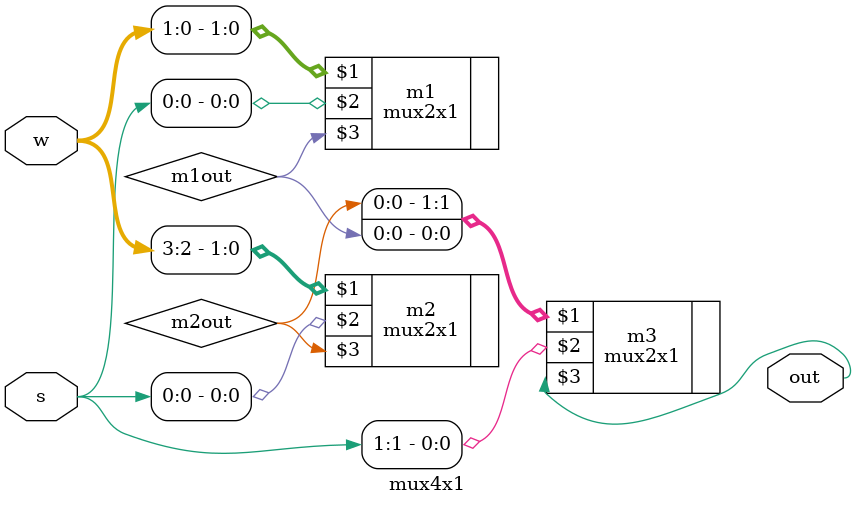
<source format=v>
`include "mux2x1.v"

module mux4x1(w, s, out);
    input [3:0] w;
    input [1:0] s;
    output out;
    wire m1out, m2out;
    mux2x1 m1(w[1:0], s[0], m1out);
    mux2x1 m2(w[3:2], s[0], m2out);
    mux2x1 m3({m2out, m1out}, s[1], out);
endmodule
</source>
